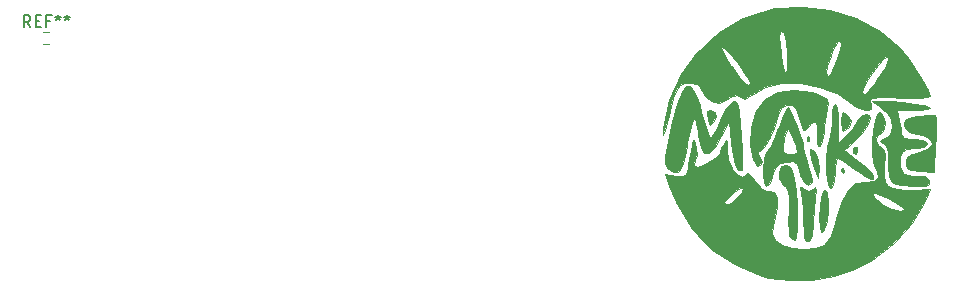
<source format=gbr>
G04 #@! TF.FileFunction,Legend,Top*
%FSLAX46Y46*%
G04 Gerber Fmt 4.6, Leading zero omitted, Abs format (unit mm)*
G04 Created by KiCad (PCBNEW 4.0.4-stable) date 05/23/17 19:50:49*
%MOMM*%
%LPD*%
G01*
G04 APERTURE LIST*
%ADD10C,0.050000*%
%ADD11C,0.120000*%
%ADD12C,0.010000*%
%ADD13C,0.150000*%
G04 APERTURE END LIST*
D10*
D11*
X142550000Y-91422000D02*
X142050000Y-91422000D01*
X142050000Y-92482000D02*
X142550000Y-92482000D01*
D12*
G36*
X212924533Y-98259248D02*
X213183167Y-98574633D01*
X213289119Y-99113145D01*
X213238897Y-99649537D01*
X213029005Y-99958561D01*
X212951132Y-99973895D01*
X212644031Y-100172754D01*
X212575585Y-100610330D01*
X212743190Y-101048119D01*
X212964683Y-101215120D01*
X213201189Y-101441048D01*
X213287638Y-101955066D01*
X213251341Y-102811855D01*
X213208825Y-103673334D01*
X213288545Y-104168918D01*
X213533497Y-104461548D01*
X213716447Y-104574499D01*
X214316411Y-104747202D01*
X215196387Y-104829735D01*
X215712651Y-104825056D01*
X217126565Y-104754735D01*
X216710607Y-105750263D01*
X215643282Y-107630569D01*
X214113296Y-109321751D01*
X212174747Y-110772173D01*
X210527725Y-111651565D01*
X208980845Y-112154332D01*
X207149133Y-112430758D01*
X205238057Y-112467920D01*
X203453088Y-112252893D01*
X202942061Y-112128703D01*
X200677587Y-111224919D01*
X198685518Y-109878503D01*
X197006535Y-108128742D01*
X195681324Y-106014927D01*
X195622405Y-105875406D01*
X199727158Y-105875406D01*
X199872647Y-106114074D01*
X200275531Y-105935228D01*
X200795641Y-105456002D01*
X201178480Y-104975052D01*
X201295787Y-104670157D01*
X201284117Y-104650152D01*
X201007514Y-104698231D01*
X200542335Y-104993940D01*
X200067510Y-105396472D01*
X199761967Y-105765020D01*
X199727158Y-105875406D01*
X195622405Y-105875406D01*
X195040812Y-104498188D01*
X194684901Y-103489429D01*
X195583693Y-103635282D01*
X196168852Y-103694788D01*
X196456772Y-103530087D01*
X196605672Y-103009260D01*
X196649699Y-102746463D01*
X196804622Y-101874826D01*
X196962067Y-101113230D01*
X196978571Y-101043369D01*
X197097918Y-100607369D01*
X197185051Y-100636428D01*
X197311770Y-101159014D01*
X197315718Y-101177053D01*
X197363293Y-101855469D01*
X197234240Y-102319830D01*
X197106627Y-102716151D01*
X197164946Y-102848174D01*
X197493911Y-102851420D01*
X198064111Y-102636903D01*
X198686178Y-102303920D01*
X199170748Y-101951769D01*
X199333087Y-101711270D01*
X199464190Y-101286163D01*
X199655967Y-100909685D01*
X199858627Y-100622162D01*
X199940486Y-100737952D01*
X199941768Y-101320619D01*
X199940557Y-101359434D01*
X200043821Y-102228964D01*
X200336895Y-102995336D01*
X200359103Y-103030486D01*
X200804534Y-103510399D01*
X201250322Y-103712362D01*
X201549662Y-103594268D01*
X201598737Y-103386019D01*
X201731468Y-103380874D01*
X202069672Y-103736703D01*
X202312451Y-104058082D01*
X202877269Y-104719241D01*
X203338892Y-104933636D01*
X203506703Y-104908662D01*
X203929667Y-104984880D01*
X204164207Y-105470959D01*
X204186772Y-106268076D01*
X204027711Y-107094853D01*
X203840537Y-107879363D01*
X203743066Y-108503178D01*
X203739176Y-108589661D01*
X203977997Y-109091973D01*
X204603530Y-109486974D01*
X205474069Y-109749303D01*
X206447905Y-109853599D01*
X207383331Y-109774503D01*
X208138639Y-109486653D01*
X208259496Y-109398632D01*
X208717362Y-108743413D01*
X209086281Y-107636193D01*
X209158064Y-107310604D01*
X209574710Y-105899391D01*
X209975568Y-105187397D01*
X212258450Y-105187397D01*
X212459982Y-105516520D01*
X212946875Y-105934189D01*
X213162421Y-106076607D01*
X213923490Y-106461885D01*
X214554360Y-106632850D01*
X214922510Y-106562524D01*
X214967158Y-106444014D01*
X214752978Y-106240559D01*
X214224850Y-105906785D01*
X213554395Y-105536355D01*
X212913234Y-105222933D01*
X212472986Y-105060180D01*
X212420006Y-105053895D01*
X212258450Y-105187397D01*
X209975568Y-105187397D01*
X210156289Y-104866405D01*
X210862102Y-104262293D01*
X211651449Y-104137700D01*
X211700671Y-104146598D01*
X212376304Y-104105448D01*
X212720380Y-103743443D01*
X212648393Y-103190694D01*
X212482329Y-102943124D01*
X212283886Y-102450221D01*
X212192733Y-101674365D01*
X212196185Y-100749886D01*
X212281562Y-99811119D01*
X212436181Y-98992395D01*
X212647359Y-98428047D01*
X212902414Y-98252407D01*
X212924533Y-98259248D01*
X212924533Y-98259248D01*
G37*
X212924533Y-98259248D02*
X213183167Y-98574633D01*
X213289119Y-99113145D01*
X213238897Y-99649537D01*
X213029005Y-99958561D01*
X212951132Y-99973895D01*
X212644031Y-100172754D01*
X212575585Y-100610330D01*
X212743190Y-101048119D01*
X212964683Y-101215120D01*
X213201189Y-101441048D01*
X213287638Y-101955066D01*
X213251341Y-102811855D01*
X213208825Y-103673334D01*
X213288545Y-104168918D01*
X213533497Y-104461548D01*
X213716447Y-104574499D01*
X214316411Y-104747202D01*
X215196387Y-104829735D01*
X215712651Y-104825056D01*
X217126565Y-104754735D01*
X216710607Y-105750263D01*
X215643282Y-107630569D01*
X214113296Y-109321751D01*
X212174747Y-110772173D01*
X210527725Y-111651565D01*
X208980845Y-112154332D01*
X207149133Y-112430758D01*
X205238057Y-112467920D01*
X203453088Y-112252893D01*
X202942061Y-112128703D01*
X200677587Y-111224919D01*
X198685518Y-109878503D01*
X197006535Y-108128742D01*
X195681324Y-106014927D01*
X195622405Y-105875406D01*
X199727158Y-105875406D01*
X199872647Y-106114074D01*
X200275531Y-105935228D01*
X200795641Y-105456002D01*
X201178480Y-104975052D01*
X201295787Y-104670157D01*
X201284117Y-104650152D01*
X201007514Y-104698231D01*
X200542335Y-104993940D01*
X200067510Y-105396472D01*
X199761967Y-105765020D01*
X199727158Y-105875406D01*
X195622405Y-105875406D01*
X195040812Y-104498188D01*
X194684901Y-103489429D01*
X195583693Y-103635282D01*
X196168852Y-103694788D01*
X196456772Y-103530087D01*
X196605672Y-103009260D01*
X196649699Y-102746463D01*
X196804622Y-101874826D01*
X196962067Y-101113230D01*
X196978571Y-101043369D01*
X197097918Y-100607369D01*
X197185051Y-100636428D01*
X197311770Y-101159014D01*
X197315718Y-101177053D01*
X197363293Y-101855469D01*
X197234240Y-102319830D01*
X197106627Y-102716151D01*
X197164946Y-102848174D01*
X197493911Y-102851420D01*
X198064111Y-102636903D01*
X198686178Y-102303920D01*
X199170748Y-101951769D01*
X199333087Y-101711270D01*
X199464190Y-101286163D01*
X199655967Y-100909685D01*
X199858627Y-100622162D01*
X199940486Y-100737952D01*
X199941768Y-101320619D01*
X199940557Y-101359434D01*
X200043821Y-102228964D01*
X200336895Y-102995336D01*
X200359103Y-103030486D01*
X200804534Y-103510399D01*
X201250322Y-103712362D01*
X201549662Y-103594268D01*
X201598737Y-103386019D01*
X201731468Y-103380874D01*
X202069672Y-103736703D01*
X202312451Y-104058082D01*
X202877269Y-104719241D01*
X203338892Y-104933636D01*
X203506703Y-104908662D01*
X203929667Y-104984880D01*
X204164207Y-105470959D01*
X204186772Y-106268076D01*
X204027711Y-107094853D01*
X203840537Y-107879363D01*
X203743066Y-108503178D01*
X203739176Y-108589661D01*
X203977997Y-109091973D01*
X204603530Y-109486974D01*
X205474069Y-109749303D01*
X206447905Y-109853599D01*
X207383331Y-109774503D01*
X208138639Y-109486653D01*
X208259496Y-109398632D01*
X208717362Y-108743413D01*
X209086281Y-107636193D01*
X209158064Y-107310604D01*
X209574710Y-105899391D01*
X209975568Y-105187397D01*
X212258450Y-105187397D01*
X212459982Y-105516520D01*
X212946875Y-105934189D01*
X213162421Y-106076607D01*
X213923490Y-106461885D01*
X214554360Y-106632850D01*
X214922510Y-106562524D01*
X214967158Y-106444014D01*
X214752978Y-106240559D01*
X214224850Y-105906785D01*
X213554395Y-105536355D01*
X212913234Y-105222933D01*
X212472986Y-105060180D01*
X212420006Y-105053895D01*
X212258450Y-105187397D01*
X209975568Y-105187397D01*
X210156289Y-104866405D01*
X210862102Y-104262293D01*
X211651449Y-104137700D01*
X211700671Y-104146598D01*
X212376304Y-104105448D01*
X212720380Y-103743443D01*
X212648393Y-103190694D01*
X212482329Y-102943124D01*
X212283886Y-102450221D01*
X212192733Y-101674365D01*
X212196185Y-100749886D01*
X212281562Y-99811119D01*
X212436181Y-98992395D01*
X212647359Y-98428047D01*
X212902414Y-98252407D01*
X212924533Y-98259248D01*
G36*
X206451575Y-104713323D02*
X206869897Y-104906125D01*
X207201183Y-104713323D01*
X207409348Y-104593769D01*
X207459759Y-104840476D01*
X207384922Y-105454948D01*
X207277787Y-106434963D01*
X207219662Y-107524438D01*
X207216417Y-107765816D01*
X207135689Y-108674367D01*
X206889249Y-109120438D01*
X206812421Y-109161109D01*
X206595859Y-109157806D01*
X206472029Y-108876354D01*
X206417376Y-108221167D01*
X206407718Y-107518662D01*
X206379771Y-106483476D01*
X206310606Y-105576540D01*
X206227668Y-105053895D01*
X206143111Y-104605938D01*
X206285028Y-104588025D01*
X206451575Y-104713323D01*
X206451575Y-104713323D01*
G37*
X206451575Y-104713323D02*
X206869897Y-104906125D01*
X207201183Y-104713323D01*
X207409348Y-104593769D01*
X207459759Y-104840476D01*
X207384922Y-105454948D01*
X207277787Y-106434963D01*
X207219662Y-107524438D01*
X207216417Y-107765816D01*
X207135689Y-108674367D01*
X206889249Y-109120438D01*
X206812421Y-109161109D01*
X206595859Y-109157806D01*
X206472029Y-108876354D01*
X206417376Y-108221167D01*
X206407718Y-107518662D01*
X206379771Y-106483476D01*
X206310606Y-105576540D01*
X206227668Y-105053895D01*
X206143111Y-104605938D01*
X206285028Y-104588025D01*
X206451575Y-104713323D01*
G36*
X205305677Y-102887158D02*
X205476829Y-103231032D01*
X205625535Y-103950290D01*
X205744968Y-104918318D01*
X205828302Y-106008502D01*
X205868709Y-107094226D01*
X205859363Y-108048876D01*
X205793437Y-108745837D01*
X205664104Y-109058495D01*
X205638735Y-109064421D01*
X205275670Y-108851882D01*
X205213344Y-108730211D01*
X205164059Y-108306480D01*
X205143267Y-107520742D01*
X205154893Y-106569979D01*
X205158346Y-105541707D01*
X205076206Y-104907767D01*
X204881079Y-104530931D01*
X204718878Y-104385881D01*
X204342857Y-103819056D01*
X204317825Y-103425476D01*
X204553943Y-102844413D01*
X205004068Y-102746801D01*
X205305677Y-102887158D01*
X205305677Y-102887158D01*
G37*
X205305677Y-102887158D02*
X205476829Y-103231032D01*
X205625535Y-103950290D01*
X205744968Y-104918318D01*
X205828302Y-106008502D01*
X205868709Y-107094226D01*
X205859363Y-108048876D01*
X205793437Y-108745837D01*
X205664104Y-109058495D01*
X205638735Y-109064421D01*
X205275670Y-108851882D01*
X205213344Y-108730211D01*
X205164059Y-108306480D01*
X205143267Y-107520742D01*
X205154893Y-106569979D01*
X205158346Y-105541707D01*
X205076206Y-104907767D01*
X204881079Y-104530931D01*
X204718878Y-104385881D01*
X204342857Y-103819056D01*
X204317825Y-103425476D01*
X204553943Y-102844413D01*
X205004068Y-102746801D01*
X205305677Y-102887158D01*
G36*
X208336545Y-104936696D02*
X208421306Y-105133158D01*
X208521590Y-105746945D01*
X208496095Y-106599271D01*
X208370515Y-107470759D01*
X208170546Y-108142035D01*
X208045801Y-108339041D01*
X207870448Y-108369661D01*
X207782355Y-107977278D01*
X207767003Y-107179474D01*
X207817257Y-106252230D01*
X207925154Y-105478767D01*
X208005673Y-105187579D01*
X208191906Y-104819667D01*
X208336545Y-104936696D01*
X208336545Y-104936696D01*
G37*
X208336545Y-104936696D02*
X208421306Y-105133158D01*
X208521590Y-105746945D01*
X208496095Y-106599271D01*
X208370515Y-107470759D01*
X208170546Y-108142035D01*
X208045801Y-108339041D01*
X207870448Y-108369661D01*
X207782355Y-107977278D01*
X207767003Y-107179474D01*
X207817257Y-106252230D01*
X207925154Y-105478767D01*
X208005673Y-105187579D01*
X208191906Y-104819667D01*
X208336545Y-104936696D01*
G36*
X209226511Y-97811851D02*
X209322751Y-98453273D01*
X209352421Y-99218396D01*
X209352421Y-100869212D01*
X210049210Y-100221027D01*
X210599341Y-99600255D01*
X210970289Y-98991581D01*
X210978382Y-98971263D01*
X211289787Y-98542998D01*
X211683377Y-98370974D01*
X211975371Y-98500801D01*
X212026106Y-98711246D01*
X211838682Y-99258589D01*
X211353490Y-99982005D01*
X210686145Y-100718366D01*
X210454274Y-100929004D01*
X209806018Y-101486609D01*
X211049746Y-102379787D01*
X211727924Y-102924745D01*
X212179660Y-103398723D01*
X212293474Y-103628693D01*
X212260030Y-103886319D01*
X212099463Y-103934852D01*
X211721422Y-103740882D01*
X211035558Y-103270999D01*
X210724793Y-103048632D01*
X210005849Y-102550810D01*
X209465922Y-102211401D01*
X209253647Y-102112842D01*
X209152513Y-102351789D01*
X209092344Y-102955474D01*
X209085053Y-103300221D01*
X209022006Y-104084308D01*
X208864969Y-104573796D01*
X208662101Y-104691089D01*
X208461560Y-104358586D01*
X208450617Y-104322514D01*
X208289353Y-103335471D01*
X208284183Y-102206953D01*
X208429839Y-101217044D01*
X208513870Y-100959121D01*
X208698329Y-100229312D01*
X208806156Y-99274996D01*
X208817685Y-98887016D01*
X208866375Y-98130149D01*
X208990711Y-97652883D01*
X209085053Y-97567579D01*
X209226511Y-97811851D01*
X209226511Y-97811851D01*
G37*
X209226511Y-97811851D02*
X209322751Y-98453273D01*
X209352421Y-99218396D01*
X209352421Y-100869212D01*
X210049210Y-100221027D01*
X210599341Y-99600255D01*
X210970289Y-98991581D01*
X210978382Y-98971263D01*
X211289787Y-98542998D01*
X211683377Y-98370974D01*
X211975371Y-98500801D01*
X212026106Y-98711246D01*
X211838682Y-99258589D01*
X211353490Y-99982005D01*
X210686145Y-100718366D01*
X210454274Y-100929004D01*
X209806018Y-101486609D01*
X211049746Y-102379787D01*
X211727924Y-102924745D01*
X212179660Y-103398723D01*
X212293474Y-103628693D01*
X212260030Y-103886319D01*
X212099463Y-103934852D01*
X211721422Y-103740882D01*
X211035558Y-103270999D01*
X210724793Y-103048632D01*
X210005849Y-102550810D01*
X209465922Y-102211401D01*
X209253647Y-102112842D01*
X209152513Y-102351789D01*
X209092344Y-102955474D01*
X209085053Y-103300221D01*
X209022006Y-104084308D01*
X208864969Y-104573796D01*
X208662101Y-104691089D01*
X208461560Y-104358586D01*
X208450617Y-104322514D01*
X208289353Y-103335471D01*
X208284183Y-102206953D01*
X208429839Y-101217044D01*
X208513870Y-100959121D01*
X208698329Y-100229312D01*
X208806156Y-99274996D01*
X208817685Y-98887016D01*
X208866375Y-98130149D01*
X208990711Y-97652883D01*
X209085053Y-97567579D01*
X209226511Y-97811851D01*
G36*
X205243991Y-98062464D02*
X205521647Y-98636819D01*
X205840998Y-99398570D01*
X206137935Y-100187904D01*
X206348353Y-100845005D01*
X206411369Y-101173924D01*
X206493447Y-101645520D01*
X206701129Y-102395153D01*
X206824859Y-102777326D01*
X207035531Y-103547528D01*
X207100872Y-104119884D01*
X207068425Y-104270179D01*
X206781321Y-104401630D01*
X206442528Y-104122878D01*
X206147633Y-103537774D01*
X206045786Y-103159138D01*
X205867921Y-102598750D01*
X205518667Y-102412285D01*
X205033084Y-102429871D01*
X204406486Y-102588878D01*
X204039305Y-103016605D01*
X203875100Y-103433544D01*
X203543783Y-104209321D01*
X203267267Y-104463621D01*
X203076235Y-104209161D01*
X203001369Y-103458658D01*
X203008561Y-103074401D01*
X203092122Y-102238263D01*
X203243542Y-101648058D01*
X203372051Y-101470405D01*
X203607784Y-101175084D01*
X203648596Y-101093360D01*
X204673220Y-101093360D01*
X204691755Y-101568921D01*
X204721089Y-101644948D01*
X205034435Y-101812562D01*
X205500634Y-101830418D01*
X205839493Y-101705049D01*
X205876632Y-101618003D01*
X205783694Y-101128585D01*
X205563347Y-100507091D01*
X205303286Y-99963607D01*
X205091209Y-99708220D01*
X205078717Y-99706527D01*
X204908426Y-99936005D01*
X204759352Y-100473669D01*
X204673220Y-101093360D01*
X203648596Y-101093360D01*
X203938623Y-100512604D01*
X204294280Y-99624323D01*
X204305449Y-99593292D01*
X204635231Y-98723781D01*
X204907816Y-98095297D01*
X205067178Y-97836306D01*
X205072136Y-97835320D01*
X205243991Y-98062464D01*
X205243991Y-98062464D01*
G37*
X205243991Y-98062464D02*
X205521647Y-98636819D01*
X205840998Y-99398570D01*
X206137935Y-100187904D01*
X206348353Y-100845005D01*
X206411369Y-101173924D01*
X206493447Y-101645520D01*
X206701129Y-102395153D01*
X206824859Y-102777326D01*
X207035531Y-103547528D01*
X207100872Y-104119884D01*
X207068425Y-104270179D01*
X206781321Y-104401630D01*
X206442528Y-104122878D01*
X206147633Y-103537774D01*
X206045786Y-103159138D01*
X205867921Y-102598750D01*
X205518667Y-102412285D01*
X205033084Y-102429871D01*
X204406486Y-102588878D01*
X204039305Y-103016605D01*
X203875100Y-103433544D01*
X203543783Y-104209321D01*
X203267267Y-104463621D01*
X203076235Y-104209161D01*
X203001369Y-103458658D01*
X203008561Y-103074401D01*
X203092122Y-102238263D01*
X203243542Y-101648058D01*
X203372051Y-101470405D01*
X203607784Y-101175084D01*
X203648596Y-101093360D01*
X204673220Y-101093360D01*
X204691755Y-101568921D01*
X204721089Y-101644948D01*
X205034435Y-101812562D01*
X205500634Y-101830418D01*
X205839493Y-101705049D01*
X205876632Y-101618003D01*
X205783694Y-101128585D01*
X205563347Y-100507091D01*
X205303286Y-99963607D01*
X205091209Y-99708220D01*
X205078717Y-99706527D01*
X204908426Y-99936005D01*
X204759352Y-100473669D01*
X204673220Y-101093360D01*
X203648596Y-101093360D01*
X203938623Y-100512604D01*
X204294280Y-99624323D01*
X204305449Y-99593292D01*
X204635231Y-98723781D01*
X204907816Y-98095297D01*
X205067178Y-97836306D01*
X205072136Y-97835320D01*
X205243991Y-98062464D01*
G36*
X212835562Y-97302112D02*
X213793159Y-97336839D01*
X214829724Y-97423807D01*
X215808561Y-97544723D01*
X216592975Y-97681295D01*
X217046271Y-97815229D01*
X217106106Y-97873610D01*
X216865247Y-98002723D01*
X216247974Y-98085651D01*
X215735842Y-98102316D01*
X214365579Y-98102316D01*
X214532685Y-98937842D01*
X214651870Y-99644358D01*
X214699790Y-100141000D01*
X214928820Y-100406975D01*
X215635902Y-100507231D01*
X215769263Y-100508632D01*
X216512901Y-100574857D01*
X216819327Y-100794385D01*
X216838737Y-100909685D01*
X216657140Y-101192092D01*
X216059305Y-101305216D01*
X215798248Y-101310737D01*
X215094888Y-101363692D01*
X214743100Y-101588737D01*
X214588620Y-101984644D01*
X214553533Y-102876201D01*
X214939039Y-103456788D01*
X215705067Y-103677986D01*
X215982516Y-103668905D01*
X216672763Y-103671485D01*
X216991221Y-103874681D01*
X217052182Y-104051263D01*
X217031801Y-104324736D01*
X216753111Y-104464336D01*
X216100979Y-104509827D01*
X215722026Y-104510655D01*
X214837217Y-104447112D01*
X214137213Y-104294003D01*
X213897685Y-104176444D01*
X213629880Y-103704026D01*
X213565735Y-102838051D01*
X213579180Y-102554855D01*
X213577406Y-101658017D01*
X213405205Y-101128826D01*
X213205437Y-100925324D01*
X212911316Y-100657424D01*
X213088652Y-100508328D01*
X213323414Y-100441500D01*
X213770668Y-100146906D01*
X213893590Y-99531031D01*
X213814214Y-98806106D01*
X213501231Y-98282573D01*
X212835562Y-97752608D01*
X212174492Y-97300211D01*
X212835562Y-97302112D01*
X212835562Y-97302112D01*
G37*
X212835562Y-97302112D02*
X213793159Y-97336839D01*
X214829724Y-97423807D01*
X215808561Y-97544723D01*
X216592975Y-97681295D01*
X217046271Y-97815229D01*
X217106106Y-97873610D01*
X216865247Y-98002723D01*
X216247974Y-98085651D01*
X215735842Y-98102316D01*
X214365579Y-98102316D01*
X214532685Y-98937842D01*
X214651870Y-99644358D01*
X214699790Y-100141000D01*
X214928820Y-100406975D01*
X215635902Y-100507231D01*
X215769263Y-100508632D01*
X216512901Y-100574857D01*
X216819327Y-100794385D01*
X216838737Y-100909685D01*
X216657140Y-101192092D01*
X216059305Y-101305216D01*
X215798248Y-101310737D01*
X215094888Y-101363692D01*
X214743100Y-101588737D01*
X214588620Y-101984644D01*
X214553533Y-102876201D01*
X214939039Y-103456788D01*
X215705067Y-103677986D01*
X215982516Y-103668905D01*
X216672763Y-103671485D01*
X216991221Y-103874681D01*
X217052182Y-104051263D01*
X217031801Y-104324736D01*
X216753111Y-104464336D01*
X216100979Y-104509827D01*
X215722026Y-104510655D01*
X214837217Y-104447112D01*
X214137213Y-104294003D01*
X213897685Y-104176444D01*
X213629880Y-103704026D01*
X213565735Y-102838051D01*
X213579180Y-102554855D01*
X213577406Y-101658017D01*
X213405205Y-101128826D01*
X213205437Y-100925324D01*
X212911316Y-100657424D01*
X213088652Y-100508328D01*
X213323414Y-100441500D01*
X213770668Y-100146906D01*
X213893590Y-99531031D01*
X213814214Y-98806106D01*
X213501231Y-98282573D01*
X212835562Y-97752608D01*
X212174492Y-97300211D01*
X212835562Y-97302112D01*
G36*
X207205154Y-101459769D02*
X207366899Y-101616944D01*
X207675146Y-102267462D01*
X207701110Y-102944237D01*
X207614527Y-103850737D01*
X207280316Y-102941892D01*
X207053930Y-102214960D01*
X206947313Y-101653484D01*
X206946106Y-101614599D01*
X206988948Y-101338520D01*
X207205154Y-101459769D01*
X207205154Y-101459769D01*
G37*
X207205154Y-101459769D02*
X207366899Y-101616944D01*
X207675146Y-102267462D01*
X207701110Y-102944237D01*
X207614527Y-103850737D01*
X207280316Y-102941892D01*
X207053930Y-102214960D01*
X206947313Y-101653484D01*
X206946106Y-101614599D01*
X206988948Y-101338520D01*
X207205154Y-101459769D01*
G36*
X196830653Y-96068850D02*
X197209611Y-96618372D01*
X197611841Y-97679412D01*
X197776580Y-98226775D01*
X198071144Y-99214136D01*
X198324005Y-99988288D01*
X198491187Y-100416747D01*
X198516791Y-100456861D01*
X198683718Y-100305486D01*
X198986497Y-99772673D01*
X199360419Y-98972688D01*
X199370430Y-98949533D01*
X199890661Y-97909121D01*
X200332933Y-97374114D01*
X200532753Y-97300211D01*
X200739097Y-97370577D01*
X200886621Y-97640924D01*
X200994347Y-98200128D01*
X201081293Y-99137064D01*
X201145603Y-100163938D01*
X201200732Y-101344057D01*
X201223926Y-102312700D01*
X201213798Y-102954354D01*
X201181431Y-103154008D01*
X200908499Y-103167449D01*
X200645280Y-102725202D01*
X200422661Y-101905897D01*
X200277056Y-100851577D01*
X200114328Y-99038106D01*
X199539232Y-100125466D01*
X198918351Y-101167933D01*
X198420778Y-101692515D01*
X198030114Y-101697492D01*
X197729958Y-101181143D01*
X197503911Y-100141746D01*
X197471081Y-99908447D01*
X197340968Y-99187889D01*
X197198623Y-98782276D01*
X197119725Y-98749048D01*
X196991355Y-99076456D01*
X196803046Y-99794261D01*
X196589301Y-100766532D01*
X196522888Y-101100322D01*
X196272412Y-102272472D01*
X196041793Y-102985433D01*
X195782408Y-103310354D01*
X195445639Y-103318379D01*
X195115053Y-103160411D01*
X194848701Y-102935733D01*
X194709393Y-102586503D01*
X194700868Y-102026731D01*
X194826865Y-101170427D01*
X195091122Y-99931601D01*
X195292774Y-99072687D01*
X195706026Y-97532762D01*
X196091598Y-96521706D01*
X196462228Y-96035182D01*
X196830653Y-96068850D01*
X196830653Y-96068850D01*
G37*
X196830653Y-96068850D02*
X197209611Y-96618372D01*
X197611841Y-97679412D01*
X197776580Y-98226775D01*
X198071144Y-99214136D01*
X198324005Y-99988288D01*
X198491187Y-100416747D01*
X198516791Y-100456861D01*
X198683718Y-100305486D01*
X198986497Y-99772673D01*
X199360419Y-98972688D01*
X199370430Y-98949533D01*
X199890661Y-97909121D01*
X200332933Y-97374114D01*
X200532753Y-97300211D01*
X200739097Y-97370577D01*
X200886621Y-97640924D01*
X200994347Y-98200128D01*
X201081293Y-99137064D01*
X201145603Y-100163938D01*
X201200732Y-101344057D01*
X201223926Y-102312700D01*
X201213798Y-102954354D01*
X201181431Y-103154008D01*
X200908499Y-103167449D01*
X200645280Y-102725202D01*
X200422661Y-101905897D01*
X200277056Y-100851577D01*
X200114328Y-99038106D01*
X199539232Y-100125466D01*
X198918351Y-101167933D01*
X198420778Y-101692515D01*
X198030114Y-101697492D01*
X197729958Y-101181143D01*
X197503911Y-100141746D01*
X197471081Y-99908447D01*
X197340968Y-99187889D01*
X197198623Y-98782276D01*
X197119725Y-98749048D01*
X196991355Y-99076456D01*
X196803046Y-99794261D01*
X196589301Y-100766532D01*
X196522888Y-101100322D01*
X196272412Y-102272472D01*
X196041793Y-102985433D01*
X195782408Y-103310354D01*
X195445639Y-103318379D01*
X195115053Y-103160411D01*
X194848701Y-102935733D01*
X194709393Y-102586503D01*
X194700868Y-102026731D01*
X194826865Y-101170427D01*
X195091122Y-99931601D01*
X195292774Y-99072687D01*
X195706026Y-97532762D01*
X196091598Y-96521706D01*
X196462228Y-96035182D01*
X196830653Y-96068850D01*
G36*
X209798035Y-103004070D02*
X209830034Y-103321374D01*
X209798035Y-103360562D01*
X209639085Y-103323860D01*
X209619790Y-103182316D01*
X209717616Y-102962242D01*
X209798035Y-103004070D01*
X209798035Y-103004070D01*
G37*
X209798035Y-103004070D02*
X209830034Y-103321374D01*
X209798035Y-103360562D01*
X209639085Y-103323860D01*
X209619790Y-103182316D01*
X209717616Y-102962242D01*
X209798035Y-103004070D01*
G36*
X217584484Y-98493582D02*
X217610742Y-98775892D01*
X217615574Y-99467386D01*
X217598980Y-100442941D01*
X217584484Y-100942449D01*
X217507158Y-103316000D01*
X216266280Y-103235698D01*
X215510088Y-103158855D01*
X215152711Y-103002483D01*
X215058237Y-102683499D01*
X215063122Y-102500208D01*
X215200855Y-102022943D01*
X215642952Y-101763463D01*
X216036632Y-101672997D01*
X216897819Y-101381267D01*
X217267942Y-100975741D01*
X217148711Y-100550270D01*
X216541837Y-100198703D01*
X216007448Y-100071900D01*
X215314266Y-99903195D01*
X215015954Y-99628180D01*
X214967158Y-99306074D01*
X215040607Y-98930726D01*
X215350738Y-98717280D01*
X216032230Y-98586877D01*
X216237158Y-98562431D01*
X216994275Y-98492460D01*
X217488979Y-98476913D01*
X217584484Y-98493582D01*
X217584484Y-98493582D01*
G37*
X217584484Y-98493582D02*
X217610742Y-98775892D01*
X217615574Y-99467386D01*
X217598980Y-100442941D01*
X217584484Y-100942449D01*
X217507158Y-103316000D01*
X216266280Y-103235698D01*
X215510088Y-103158855D01*
X215152711Y-103002483D01*
X215058237Y-102683499D01*
X215063122Y-102500208D01*
X215200855Y-102022943D01*
X215642952Y-101763463D01*
X216036632Y-101672997D01*
X216897819Y-101381267D01*
X217267942Y-100975741D01*
X217148711Y-100550270D01*
X216541837Y-100198703D01*
X216007448Y-100071900D01*
X215314266Y-99903195D01*
X215015954Y-99628180D01*
X214967158Y-99306074D01*
X215040607Y-98930726D01*
X215350738Y-98717280D01*
X216032230Y-98586877D01*
X216237158Y-98562431D01*
X216994275Y-98492460D01*
X217488979Y-98476913D01*
X217584484Y-98493582D01*
G36*
X207134559Y-96579845D02*
X207838189Y-96818356D01*
X208365334Y-97111432D01*
X208487194Y-97518661D01*
X208438490Y-97810126D01*
X208313218Y-98485134D01*
X208173971Y-99414973D01*
X208111291Y-99900154D01*
X207970464Y-100673983D01*
X207794610Y-101099125D01*
X207682050Y-101136163D01*
X207544673Y-100789646D01*
X207555671Y-100157900D01*
X207567455Y-100078487D01*
X207597257Y-99347769D01*
X207418025Y-99036271D01*
X207077546Y-99187328D01*
X206866583Y-99442968D01*
X206584598Y-99796814D01*
X206408268Y-99732819D01*
X206204930Y-99246914D01*
X205943617Y-98526291D01*
X205769205Y-98016722D01*
X205445737Y-97618125D01*
X204976412Y-97607395D01*
X204520833Y-97933497D01*
X204247335Y-98503369D01*
X203932152Y-99570168D01*
X203516872Y-100512278D01*
X203075483Y-101182701D01*
X202781744Y-101415157D01*
X202491332Y-101622444D01*
X202655153Y-101963061D01*
X202680241Y-101993654D01*
X202875923Y-102429815D01*
X202720289Y-102702449D01*
X202450003Y-102788275D01*
X202196819Y-102406227D01*
X202143410Y-102272659D01*
X201891795Y-101027305D01*
X201945126Y-99626940D01*
X202287254Y-98344156D01*
X202389061Y-98125409D01*
X203171055Y-97133822D01*
X204266406Y-96535200D01*
X205609460Y-96345292D01*
X207134559Y-96579845D01*
X207134559Y-96579845D01*
G37*
X207134559Y-96579845D02*
X207838189Y-96818356D01*
X208365334Y-97111432D01*
X208487194Y-97518661D01*
X208438490Y-97810126D01*
X208313218Y-98485134D01*
X208173971Y-99414973D01*
X208111291Y-99900154D01*
X207970464Y-100673983D01*
X207794610Y-101099125D01*
X207682050Y-101136163D01*
X207544673Y-100789646D01*
X207555671Y-100157900D01*
X207567455Y-100078487D01*
X207597257Y-99347769D01*
X207418025Y-99036271D01*
X207077546Y-99187328D01*
X206866583Y-99442968D01*
X206584598Y-99796814D01*
X206408268Y-99732819D01*
X206204930Y-99246914D01*
X205943617Y-98526291D01*
X205769205Y-98016722D01*
X205445737Y-97618125D01*
X204976412Y-97607395D01*
X204520833Y-97933497D01*
X204247335Y-98503369D01*
X203932152Y-99570168D01*
X203516872Y-100512278D01*
X203075483Y-101182701D01*
X202781744Y-101415157D01*
X202491332Y-101622444D01*
X202655153Y-101963061D01*
X202680241Y-101993654D01*
X202875923Y-102429815D01*
X202720289Y-102702449D01*
X202450003Y-102788275D01*
X202196819Y-102406227D01*
X202143410Y-102272659D01*
X201891795Y-101027305D01*
X201945126Y-99626940D01*
X202287254Y-98344156D01*
X202389061Y-98125409D01*
X203171055Y-97133822D01*
X204266406Y-96535200D01*
X205609460Y-96345292D01*
X207134559Y-96579845D01*
G36*
X210917417Y-101237838D02*
X210956632Y-101428642D01*
X210868519Y-101814944D01*
X210637007Y-101699142D01*
X210566997Y-101596580D01*
X210600527Y-101253191D01*
X210684902Y-101179748D01*
X210917417Y-101237838D01*
X210917417Y-101237838D01*
G37*
X210917417Y-101237838D02*
X210956632Y-101428642D01*
X210868519Y-101814944D01*
X210637007Y-101699142D01*
X210566997Y-101596580D01*
X210600527Y-101253191D01*
X210684902Y-101179748D01*
X210917417Y-101237838D01*
G36*
X208679180Y-89595666D02*
X210867997Y-90296094D01*
X212855863Y-91386897D01*
X214556058Y-92844484D01*
X215308381Y-93754224D01*
X215953552Y-94696560D01*
X216518119Y-95620010D01*
X216926712Y-96392137D01*
X217103960Y-96880505D01*
X217106106Y-96913036D01*
X216859753Y-96985844D01*
X216203648Y-97027967D01*
X215262222Y-97033073D01*
X214900316Y-97025281D01*
X213612306Y-96992356D01*
X212771261Y-96991463D01*
X212289612Y-97039779D01*
X212079795Y-97154481D01*
X212054242Y-97352746D01*
X212105146Y-97573584D01*
X212120087Y-97968423D01*
X211778455Y-98047570D01*
X211616998Y-98030017D01*
X210899202Y-97781392D01*
X210504142Y-97520427D01*
X209220743Y-96661126D01*
X208903619Y-96538794D01*
X211382831Y-96538794D01*
X211519665Y-96707255D01*
X211685756Y-96679620D01*
X211964254Y-96384100D01*
X212438312Y-95748908D01*
X212669446Y-95428013D01*
X213309825Y-94473650D01*
X213597756Y-93873002D01*
X213547213Y-93590324D01*
X213400853Y-93557053D01*
X213119211Y-93762058D01*
X212683754Y-94279435D01*
X212193603Y-94962728D01*
X211747877Y-95665479D01*
X211445699Y-96241232D01*
X211382831Y-96538794D01*
X208903619Y-96538794D01*
X207717280Y-96081159D01*
X206119876Y-95790890D01*
X204554653Y-95800681D01*
X203147733Y-96120894D01*
X202025237Y-96761892D01*
X201961154Y-96818514D01*
X201459531Y-97141567D01*
X201210112Y-97052950D01*
X200781497Y-96782023D01*
X200202101Y-96932764D01*
X199877553Y-97188012D01*
X199287337Y-97454960D01*
X198614302Y-97339174D01*
X198059474Y-96911106D01*
X197852447Y-96478283D01*
X197582932Y-95976417D01*
X196986525Y-95761882D01*
X196860204Y-95747227D01*
X196371166Y-95746262D01*
X195999734Y-95908350D01*
X195694467Y-96314719D01*
X195403924Y-97046595D01*
X195076664Y-98185204D01*
X194910282Y-98826188D01*
X194662293Y-99769669D01*
X194522811Y-100217957D01*
X194479019Y-100196651D01*
X194518100Y-99731349D01*
X194536440Y-99572842D01*
X195067699Y-97221832D01*
X196051636Y-95049302D01*
X197432953Y-93127838D01*
X197622389Y-92952206D01*
X199527042Y-92952206D01*
X199778567Y-93495843D01*
X200295154Y-94313651D01*
X200326448Y-94359158D01*
X201051524Y-95344366D01*
X201552679Y-95877239D01*
X201820830Y-95949483D01*
X201866106Y-95765158D01*
X201712034Y-95377455D01*
X201409329Y-94895441D01*
X208304175Y-94895441D01*
X208364246Y-95120339D01*
X208525183Y-95161263D01*
X208743342Y-94930890D01*
X209031088Y-94343295D01*
X209193604Y-93910477D01*
X209487375Y-93001122D01*
X209598562Y-92486033D01*
X209538492Y-92261135D01*
X209377555Y-92220211D01*
X209159396Y-92450584D01*
X208871650Y-93038179D01*
X208709133Y-93470997D01*
X208415362Y-94380352D01*
X208304175Y-94895441D01*
X201409329Y-94895441D01*
X201321646Y-94755819D01*
X200802681Y-94041772D01*
X200262879Y-93376833D01*
X199809980Y-92902524D01*
X199574430Y-92754948D01*
X199527042Y-92952206D01*
X197622389Y-92952206D01*
X198883321Y-91783159D01*
X204382924Y-91783159D01*
X204403415Y-92447245D01*
X204483736Y-93261502D01*
X204602679Y-94054790D01*
X204739037Y-94655968D01*
X204871429Y-94893895D01*
X205008137Y-94645560D01*
X205051665Y-93963337D01*
X205023166Y-93295311D01*
X204900570Y-92202289D01*
X204729183Y-91550770D01*
X204521381Y-91380357D01*
X204443470Y-91440386D01*
X204382924Y-91783159D01*
X198883321Y-91783159D01*
X199156348Y-91530028D01*
X201166523Y-90328458D01*
X201774219Y-90072530D01*
X204045572Y-89460294D01*
X206376132Y-89309202D01*
X208679180Y-89595666D01*
X208679180Y-89595666D01*
G37*
X208679180Y-89595666D02*
X210867997Y-90296094D01*
X212855863Y-91386897D01*
X214556058Y-92844484D01*
X215308381Y-93754224D01*
X215953552Y-94696560D01*
X216518119Y-95620010D01*
X216926712Y-96392137D01*
X217103960Y-96880505D01*
X217106106Y-96913036D01*
X216859753Y-96985844D01*
X216203648Y-97027967D01*
X215262222Y-97033073D01*
X214900316Y-97025281D01*
X213612306Y-96992356D01*
X212771261Y-96991463D01*
X212289612Y-97039779D01*
X212079795Y-97154481D01*
X212054242Y-97352746D01*
X212105146Y-97573584D01*
X212120087Y-97968423D01*
X211778455Y-98047570D01*
X211616998Y-98030017D01*
X210899202Y-97781392D01*
X210504142Y-97520427D01*
X209220743Y-96661126D01*
X208903619Y-96538794D01*
X211382831Y-96538794D01*
X211519665Y-96707255D01*
X211685756Y-96679620D01*
X211964254Y-96384100D01*
X212438312Y-95748908D01*
X212669446Y-95428013D01*
X213309825Y-94473650D01*
X213597756Y-93873002D01*
X213547213Y-93590324D01*
X213400853Y-93557053D01*
X213119211Y-93762058D01*
X212683754Y-94279435D01*
X212193603Y-94962728D01*
X211747877Y-95665479D01*
X211445699Y-96241232D01*
X211382831Y-96538794D01*
X208903619Y-96538794D01*
X207717280Y-96081159D01*
X206119876Y-95790890D01*
X204554653Y-95800681D01*
X203147733Y-96120894D01*
X202025237Y-96761892D01*
X201961154Y-96818514D01*
X201459531Y-97141567D01*
X201210112Y-97052950D01*
X200781497Y-96782023D01*
X200202101Y-96932764D01*
X199877553Y-97188012D01*
X199287337Y-97454960D01*
X198614302Y-97339174D01*
X198059474Y-96911106D01*
X197852447Y-96478283D01*
X197582932Y-95976417D01*
X196986525Y-95761882D01*
X196860204Y-95747227D01*
X196371166Y-95746262D01*
X195999734Y-95908350D01*
X195694467Y-96314719D01*
X195403924Y-97046595D01*
X195076664Y-98185204D01*
X194910282Y-98826188D01*
X194662293Y-99769669D01*
X194522811Y-100217957D01*
X194479019Y-100196651D01*
X194518100Y-99731349D01*
X194536440Y-99572842D01*
X195067699Y-97221832D01*
X196051636Y-95049302D01*
X197432953Y-93127838D01*
X197622389Y-92952206D01*
X199527042Y-92952206D01*
X199778567Y-93495843D01*
X200295154Y-94313651D01*
X200326448Y-94359158D01*
X201051524Y-95344366D01*
X201552679Y-95877239D01*
X201820830Y-95949483D01*
X201866106Y-95765158D01*
X201712034Y-95377455D01*
X201409329Y-94895441D01*
X208304175Y-94895441D01*
X208364246Y-95120339D01*
X208525183Y-95161263D01*
X208743342Y-94930890D01*
X209031088Y-94343295D01*
X209193604Y-93910477D01*
X209487375Y-93001122D01*
X209598562Y-92486033D01*
X209538492Y-92261135D01*
X209377555Y-92220211D01*
X209159396Y-92450584D01*
X208871650Y-93038179D01*
X208709133Y-93470997D01*
X208415362Y-94380352D01*
X208304175Y-94895441D01*
X201409329Y-94895441D01*
X201321646Y-94755819D01*
X200802681Y-94041772D01*
X200262879Y-93376833D01*
X199809980Y-92902524D01*
X199574430Y-92754948D01*
X199527042Y-92952206D01*
X197622389Y-92952206D01*
X198883321Y-91783159D01*
X204382924Y-91783159D01*
X204403415Y-92447245D01*
X204483736Y-93261502D01*
X204602679Y-94054790D01*
X204739037Y-94655968D01*
X204871429Y-94893895D01*
X205008137Y-94645560D01*
X205051665Y-93963337D01*
X205023166Y-93295311D01*
X204900570Y-92202289D01*
X204729183Y-91550770D01*
X204521381Y-91380357D01*
X204443470Y-91440386D01*
X204382924Y-91783159D01*
X198883321Y-91783159D01*
X199156348Y-91530028D01*
X201166523Y-90328458D01*
X201774219Y-90072530D01*
X204045572Y-89460294D01*
X206376132Y-89309202D01*
X208679180Y-89595666D01*
G36*
X206856983Y-100330386D02*
X206888982Y-100647690D01*
X206856983Y-100686877D01*
X206698033Y-100650176D01*
X206678737Y-100508632D01*
X206776563Y-100288557D01*
X206856983Y-100330386D01*
X206856983Y-100330386D01*
G37*
X206856983Y-100330386D02*
X206888982Y-100647690D01*
X206856983Y-100686877D01*
X206698033Y-100650176D01*
X206678737Y-100508632D01*
X206776563Y-100288557D01*
X206856983Y-100330386D01*
G36*
X210020842Y-98369685D02*
X210359726Y-98807602D01*
X210421895Y-99038106D01*
X210234657Y-99477057D01*
X210020842Y-99706527D01*
X209759858Y-99850970D01*
X209644486Y-99638963D01*
X209619790Y-99038106D01*
X209648691Y-98410520D01*
X209771962Y-98224788D01*
X210020842Y-98369685D01*
X210020842Y-98369685D01*
G37*
X210020842Y-98369685D02*
X210359726Y-98807602D01*
X210421895Y-99038106D01*
X210234657Y-99477057D01*
X210020842Y-99706527D01*
X209759858Y-99850970D01*
X209644486Y-99638963D01*
X209619790Y-99038106D01*
X209648691Y-98410520D01*
X209771962Y-98224788D01*
X210020842Y-98369685D01*
G36*
X198964682Y-98257933D02*
X199010044Y-98679166D01*
X198791307Y-99065558D01*
X198503043Y-99338675D01*
X198398819Y-99260499D01*
X198300107Y-98742689D01*
X198228026Y-98525236D01*
X198252252Y-98166158D01*
X198479616Y-98102316D01*
X198964682Y-98257933D01*
X198964682Y-98257933D01*
G37*
X198964682Y-98257933D02*
X199010044Y-98679166D01*
X198791307Y-99065558D01*
X198503043Y-99338675D01*
X198398819Y-99260499D01*
X198300107Y-98742689D01*
X198228026Y-98525236D01*
X198252252Y-98166158D01*
X198479616Y-98102316D01*
X198964682Y-98257933D01*
D13*
X140966667Y-91054381D02*
X140633333Y-90578190D01*
X140395238Y-91054381D02*
X140395238Y-90054381D01*
X140776191Y-90054381D01*
X140871429Y-90102000D01*
X140919048Y-90149619D01*
X140966667Y-90244857D01*
X140966667Y-90387714D01*
X140919048Y-90482952D01*
X140871429Y-90530571D01*
X140776191Y-90578190D01*
X140395238Y-90578190D01*
X141395238Y-90530571D02*
X141728572Y-90530571D01*
X141871429Y-91054381D02*
X141395238Y-91054381D01*
X141395238Y-90054381D01*
X141871429Y-90054381D01*
X142633334Y-90530571D02*
X142300000Y-90530571D01*
X142300000Y-91054381D02*
X142300000Y-90054381D01*
X142776191Y-90054381D01*
X143300000Y-90054381D02*
X143300000Y-90292476D01*
X143061905Y-90197238D02*
X143300000Y-90292476D01*
X143538096Y-90197238D01*
X143157143Y-90482952D02*
X143300000Y-90292476D01*
X143442858Y-90482952D01*
X144061905Y-90054381D02*
X144061905Y-90292476D01*
X143823810Y-90197238D02*
X144061905Y-90292476D01*
X144300001Y-90197238D01*
X143919048Y-90482952D02*
X144061905Y-90292476D01*
X144204763Y-90482952D01*
M02*

</source>
